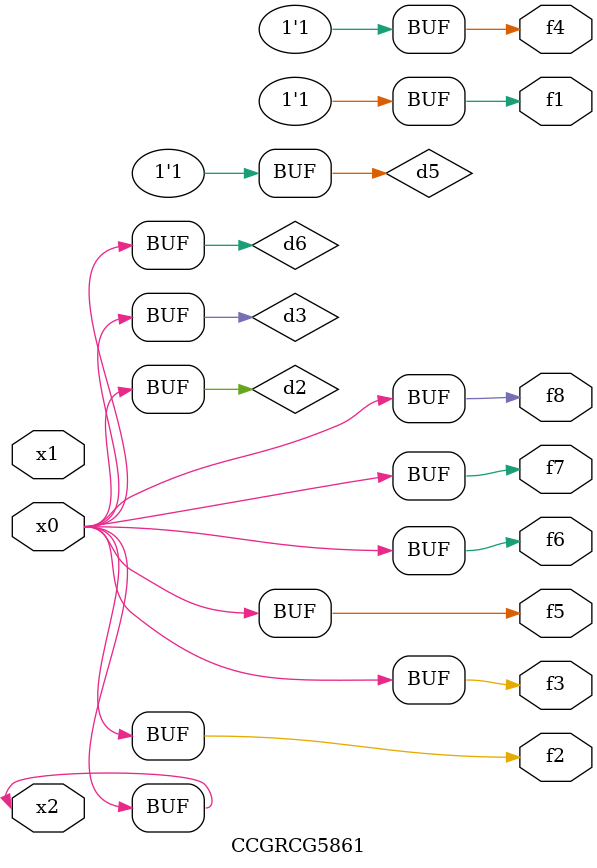
<source format=v>
module CCGRCG5861(
	input x0, x1, x2,
	output f1, f2, f3, f4, f5, f6, f7, f8
);

	wire d1, d2, d3, d4, d5, d6;

	xnor (d1, x2);
	buf (d2, x0, x2);
	and (d3, x0);
	xnor (d4, x1, x2);
	nand (d5, d1, d3);
	buf (d6, d2, d3);
	assign f1 = d5;
	assign f2 = d6;
	assign f3 = d6;
	assign f4 = d5;
	assign f5 = d6;
	assign f6 = d6;
	assign f7 = d6;
	assign f8 = d6;
endmodule

</source>
